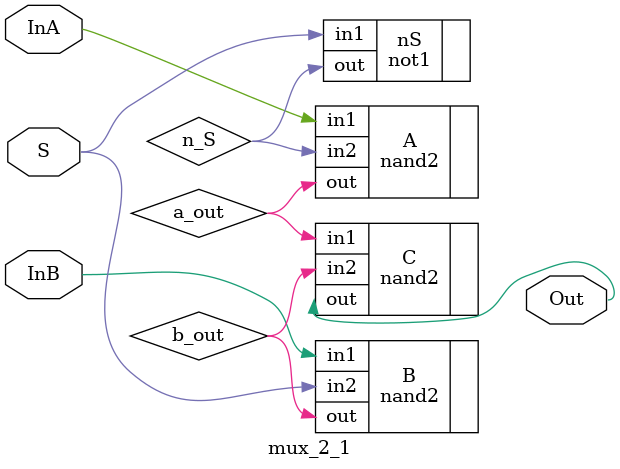
<source format=v>
module mux_2_1(InA,InB,S,Out);
input InA, InB, S;
output Out;

wire a_out, b_out;
wire n_S;
//Use demorgan's law (~S)*InA +S*InB=~(~(~S*InA))*(~(S*InB))); S(0)->A, S(1)->B
not1  nS(.in1(S),.out(n_S));
nand2 A(.in1(InA),.in2(n_S),.out(a_out)); 
nand2 B(.in1(InB),.in2(S),.out(b_out));
nand2 C(.in1(a_out),.in2(b_out),.out(Out));

endmodule

</source>
